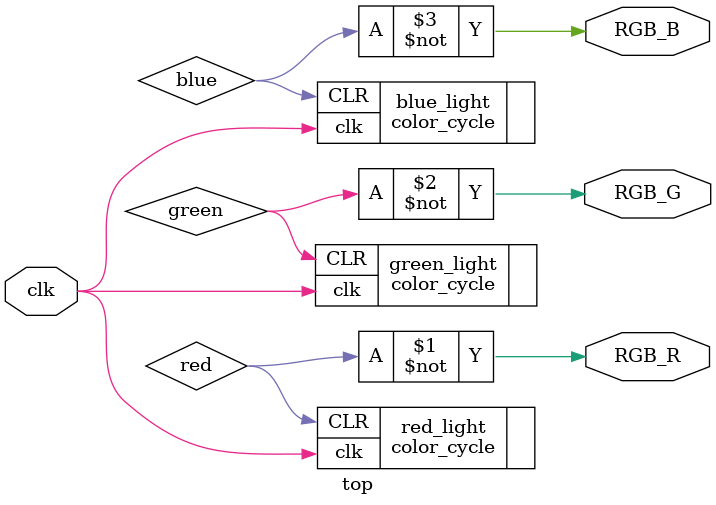
<source format=sv>
`include "color.sv"

module top #(
    parameter PWM_INTERVAL = 1200
) (
    input logic     clk, 
    output logic    RGB_R,
    output logic    RGB_G,
    output logic    RGB_B,
);

  logic red, green, blue;

  color_cycle #(
      .PWM_INTERVAL(PWM_INTERVAL),
      .INITIAL_STATE(2'b01),  // HOLD HIGH
      .INITIAL_STEP_COUNT(0.5),  // Start midway through cycle
      .INITIAL_DUTY_CYCLE(1)  // all 1s
  ) red_light (
      .clk(clk),
      .CLR(red)
  );

  color_cycle #(
    .PWM_INTERVAL(PWM_INTERVAL)
    ) green_light (
      .clk(clk),
      .CLR(green)
  );

  color_cycle #(
      .PWM_INTERVAL(PWM_INTERVAL),
      .INITIAL_STATE(2'b11)  // HOLD LOW
  ) blue_light (
      .clk(clk),
      .CLR(blue)
  );

  assign RGB_R = ~red;
  assign RGB_G = ~green;
  assign RGB_B = ~blue;
endmodule

</source>
